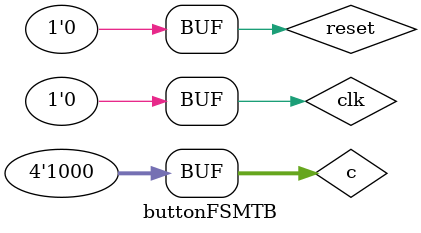
<source format=sv>

module buttonFSMTB();
 // Set up test signals

 logic clk, reset;
 logic [3:0] c;
 logic [3:0] r;
 logic [6:0] seg;

 // Instantiate the device under test
 buttonFSM dut(.clk(clk), .reset(reset), .c(c), .seg(seg), .r(r));

 // Generate clock signal with a period of 10 timesteps.
 always
   begin
     clk = 1; #5;
     clk = 0; #5;
   end

initial
 begin
	reset = 1; #27; reset = 0;
	
	// test different inputs
	c = 4'b0000;
	#50;
	c = 4'b0010;
	#50;
	c = 4'b0000;
	#50;
	c = 4'b1000;
	#50;
 end
endmodule
</source>
